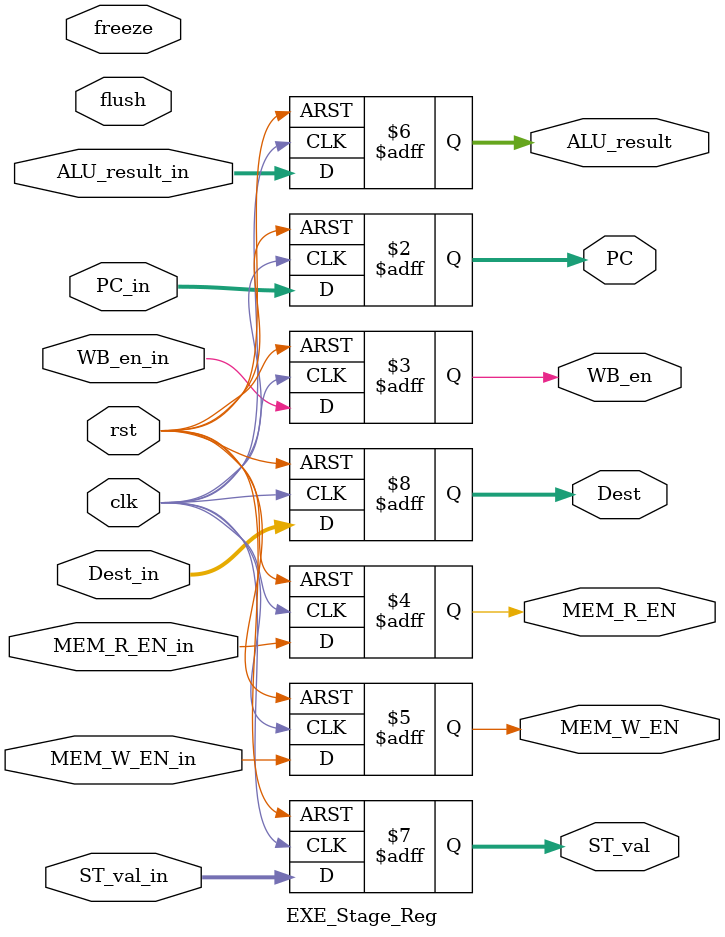
<source format=v>
module EXE_Stage_Reg (
	clk,
	rst,
	freeze,
	flush,
	WB_en_in,
	MEM_R_EN_in,
	MEM_W_EN_in,
	PC_in,
	ALU_result_in,
	ST_val_in,
	Dest_in,	
	PC,
	WB_en,
	MEM_R_EN,
	MEM_W_EN,
	ALU_result,
	ST_val,
	Dest
);
	input clk;
	input rst;
	input freeze, flush;
	input WB_en_in, MEM_R_EN_in, MEM_W_EN_in;
	input [31:0] PC_in;
	input [31:0] ALU_result_in, ST_val_in;
	input [3:0] Dest_in;
	output reg [31:0] PC;
	output reg WB_en, MEM_R_EN, MEM_W_EN;
	output reg [31:0] ALU_result, ST_val;
	output reg [3:0] Dest;

	always @(posedge clk, posedge rst) begin
			if (rst) 
			begin
				PC <= 0;
			WB_en <= 0;
			MEM_R_EN <= 0;
			MEM_W_EN <= 0;
			ALU_result <= 0;
			ST_val <= 0;
			Dest <= 0;
			end

			else begin
				PC <= PC_in;
				WB_en <= WB_en_in;
				MEM_R_EN <= MEM_R_EN_in;
				MEM_W_EN <= MEM_W_EN_in;
			ALU_result <= ALU_result_in;
				ST_val <= ST_val_in;
				Dest <= Dest_in;
			end 
	end


endmodule
</source>
